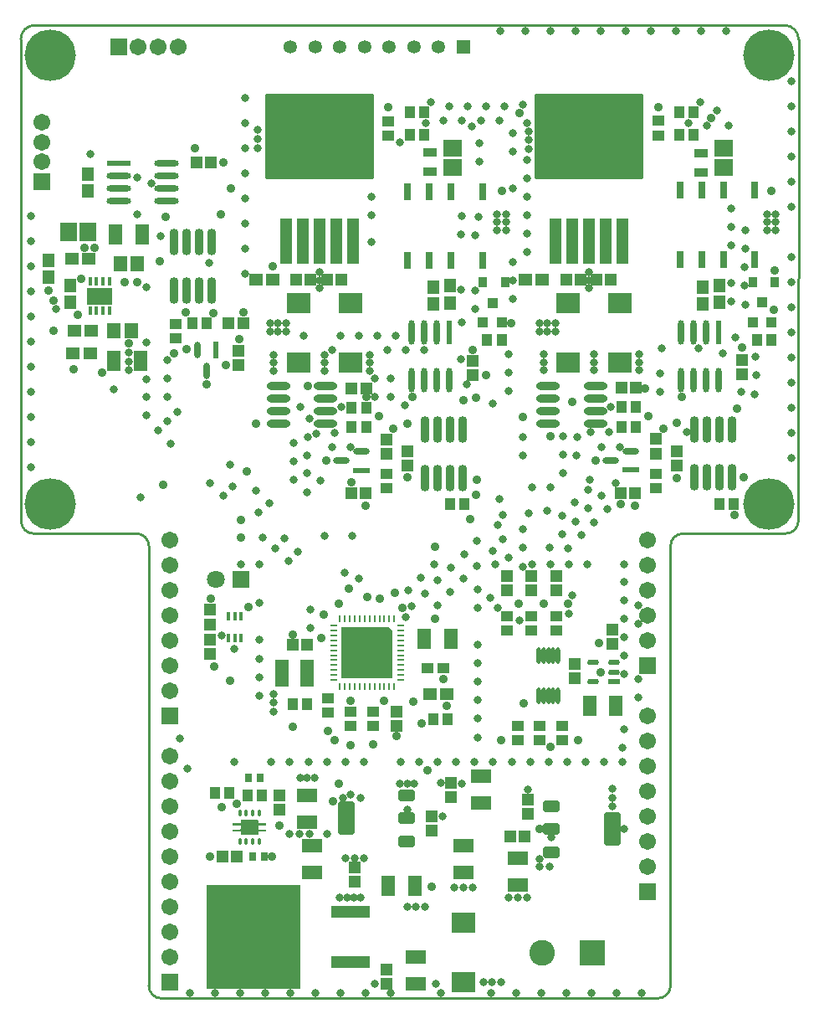
<source format=gts>
G04*
G04 #@! TF.GenerationSoftware,Altium Limited,Altium Designer,22.10.1 (41)*
G04*
G04 Layer_Color=8388736*
%FSLAX43Y43*%
%MOMM*%
G71*
G04*
G04 #@! TF.SameCoordinates,C4451B6D-C533-4BC9-A511-8E29B532BE62*
G04*
G04*
G04 #@! TF.FilePolarity,Negative*
G04*
G01*
G75*
%ADD16C,0.254*%
%ADD19R,0.700X0.250*%
%ADD20R,0.250X0.700*%
%ADD21R,0.800X1.800*%
%ADD25R,1.450X0.950*%
%ADD27R,1.684X0.618*%
G04:AMPARAMS|DCode=28|XSize=1.684mm|YSize=0.618mm|CornerRadius=0.309mm|HoleSize=0mm|Usage=FLASHONLY|Rotation=180.000|XOffset=0mm|YOffset=0mm|HoleType=Round|Shape=RoundedRectangle|*
%AMROUNDEDRECTD28*
21,1,1.684,0.000,0,0,180.0*
21,1,1.066,0.618,0,0,180.0*
1,1,0.618,-0.533,0.000*
1,1,0.618,0.533,0.000*
1,1,0.618,0.533,0.000*
1,1,0.618,-0.533,0.000*
%
%ADD28ROUNDEDRECTD28*%
%ADD30R,0.622X2.474*%
G04:AMPARAMS|DCode=31|XSize=2.474mm|YSize=0.622mm|CornerRadius=0.311mm|HoleSize=0mm|Usage=FLASHONLY|Rotation=270.000|XOffset=0mm|YOffset=0mm|HoleType=Round|Shape=RoundedRectangle|*
%AMROUNDEDRECTD31*
21,1,2.474,0.000,0,0,270.0*
21,1,1.852,0.622,0,0,270.0*
1,1,0.622,0.000,-0.926*
1,1,0.622,0.000,0.926*
1,1,0.622,0.000,0.926*
1,1,0.622,0.000,-0.926*
%
%ADD31ROUNDEDRECTD31*%
%ADD39R,2.330X1.990*%
%ADD41R,0.302X0.931*%
%ADD42R,0.618X1.684*%
G04:AMPARAMS|DCode=43|XSize=1.684mm|YSize=0.618mm|CornerRadius=0.309mm|HoleSize=0mm|Usage=FLASHONLY|Rotation=270.000|XOffset=0mm|YOffset=0mm|HoleType=Round|Shape=RoundedRectangle|*
%AMROUNDEDRECTD43*
21,1,1.684,0.000,0,0,270.0*
21,1,1.066,0.618,0,0,270.0*
1,1,0.618,0.000,-0.533*
1,1,0.618,0.000,0.533*
1,1,0.618,0.000,0.533*
1,1,0.618,0.000,-0.533*
%
%ADD43ROUNDEDRECTD43*%
%ADD44R,2.474X0.622*%
G04:AMPARAMS|DCode=45|XSize=2.474mm|YSize=0.622mm|CornerRadius=0.311mm|HoleSize=0mm|Usage=FLASHONLY|Rotation=0.000|XOffset=0mm|YOffset=0mm|HoleType=Round|Shape=RoundedRectangle|*
%AMROUNDEDRECTD45*
21,1,2.474,0.000,0,0,0.0*
21,1,1.852,0.622,0,0,0.0*
1,1,0.622,0.926,0.000*
1,1,0.622,-0.926,0.000*
1,1,0.622,-0.926,0.000*
1,1,0.622,0.926,0.000*
%
%ADD45ROUNDEDRECTD45*%
%ADD47R,1.420X2.130*%
G04:AMPARAMS|DCode=49|XSize=0.6mm|YSize=0.31mm|CornerRadius=0.05mm|HoleSize=0mm|Usage=FLASHONLY|Rotation=270.000|XOffset=0mm|YOffset=0mm|HoleType=Round|Shape=RoundedRectangle|*
%AMROUNDEDRECTD49*
21,1,0.600,0.211,0,0,270.0*
21,1,0.501,0.310,0,0,270.0*
1,1,0.099,-0.105,-0.250*
1,1,0.099,-0.105,0.250*
1,1,0.099,0.105,0.250*
1,1,0.099,0.105,-0.250*
%
%ADD49ROUNDEDRECTD49*%
%ADD50R,0.750X0.900*%
%ADD51R,2.130X1.420*%
%ADD57R,1.400X2.800*%
%ADD58R,1.158X1.012*%
G04:AMPARAMS|DCode=59|XSize=1.205mm|YSize=0.532mm|CornerRadius=0.266mm|HoleSize=0mm|Usage=FLASHONLY|Rotation=180.000|XOffset=0mm|YOffset=0mm|HoleType=Round|Shape=RoundedRectangle|*
%AMROUNDEDRECTD59*
21,1,1.205,0.000,0,0,180.0*
21,1,0.673,0.532,0,0,180.0*
1,1,0.532,-0.337,0.000*
1,1,0.532,0.337,0.000*
1,1,0.532,0.337,0.000*
1,1,0.532,-0.337,0.000*
%
%ADD59ROUNDEDRECTD59*%
%ADD60R,1.205X0.532*%
%ADD61R,4.838X0.203*%
%ADD62R,0.833X1.033*%
%ADD63R,1.103X1.253*%
%ADD64R,1.253X1.353*%
%ADD65O,0.903X2.703*%
%ADD66O,2.403X0.803*%
G04:AMPARAMS|DCode=67|XSize=1.253mm|YSize=4.653mm|CornerRadius=0.154mm|HoleSize=0mm|Usage=FLASHONLY|Rotation=180.000|XOffset=0mm|YOffset=0mm|HoleType=Round|Shape=RoundedRectangle|*
%AMROUNDEDRECTD67*
21,1,1.253,4.345,0,0,180.0*
21,1,0.945,4.653,0,0,180.0*
1,1,0.308,-0.472,2.173*
1,1,0.308,0.472,2.173*
1,1,0.308,0.472,-2.173*
1,1,0.308,-0.472,-2.173*
%
%ADD67ROUNDEDRECTD67*%
G04:AMPARAMS|DCode=68|XSize=11.003mm|YSize=8.703mm|CornerRadius=0.144mm|HoleSize=0mm|Usage=FLASHONLY|Rotation=180.000|XOffset=0mm|YOffset=0mm|HoleType=Round|Shape=RoundedRectangle|*
%AMROUNDEDRECTD68*
21,1,11.003,8.415,0,0,180.0*
21,1,10.715,8.703,0,0,180.0*
1,1,0.288,-5.358,4.207*
1,1,0.288,5.358,4.207*
1,1,0.288,5.358,-4.207*
1,1,0.288,-5.358,-4.207*
%
%ADD68ROUNDEDRECTD68*%
%ADD69R,1.253X1.103*%
%ADD70R,1.853X1.653*%
%ADD71R,1.353X1.253*%
%ADD72R,1.253X1.153*%
%ADD73R,1.153X1.253*%
%ADD74R,1.003X1.103*%
%ADD75R,0.400X0.900*%
%ADD76R,2.500X1.750*%
%ADD77R,1.653X1.853*%
%ADD78R,1.403X1.603*%
%ADD79C,1.350*%
G04:AMPARAMS|DCode=80|XSize=3.353mm|YSize=1.653mm|CornerRadius=0.152mm|HoleSize=0mm|Usage=FLASHONLY|Rotation=270.000|XOffset=0mm|YOffset=0mm|HoleType=Round|Shape=RoundedRectangle|*
%AMROUNDEDRECTD80*
21,1,3.353,1.349,0,0,270.0*
21,1,3.049,1.653,0,0,270.0*
1,1,0.305,-0.674,-1.524*
1,1,0.305,-0.674,1.524*
1,1,0.305,0.674,1.524*
1,1,0.305,0.674,-1.524*
%
%ADD80ROUNDEDRECTD80*%
G04:AMPARAMS|DCode=81|XSize=1.103mm|YSize=1.653mm|CornerRadius=0.151mm|HoleSize=0mm|Usage=FLASHONLY|Rotation=270.000|XOffset=0mm|YOffset=0mm|HoleType=Round|Shape=RoundedRectangle|*
%AMROUNDEDRECTD81*
21,1,1.103,1.351,0,0,270.0*
21,1,0.801,1.653,0,0,270.0*
1,1,0.302,-0.676,-0.401*
1,1,0.302,-0.676,0.401*
1,1,0.302,0.676,0.401*
1,1,0.302,0.676,-0.401*
%
%ADD81ROUNDEDRECTD81*%
%ADD82R,4.003X1.203*%
%ADD83R,9.503X10.603*%
%ADD84O,0.453X1.653*%
%ADD85C,1.803*%
%ADD86R,1.803X1.803*%
%ADD87C,1.703*%
%ADD88R,1.703X1.703*%
%ADD89C,1.352*%
%ADD90R,1.352X1.352*%
%ADD91R,1.703X1.703*%
%ADD92C,5.203*%
%ADD93R,2.603X2.603*%
%ADD94C,2.603*%
%ADD95C,0.903*%
%ADD96C,0.803*%
%ADD97C,0.500*%
G36*
X45175Y43450D02*
X45185D01*
X45203Y43442D01*
X45217Y43428D01*
X45225Y43410D01*
Y43400D01*
X45225Y43400D01*
Y43190D01*
X45226Y43180D01*
X45233Y43162D01*
X45247Y43148D01*
X45265Y43141D01*
X45275Y43140D01*
X46000Y43140D01*
X46010D01*
X46028Y43132D01*
X46042Y43118D01*
X46050Y43100D01*
Y43090D01*
X46050D01*
Y42960D01*
X46050Y42950D01*
X46042Y42932D01*
X46028Y42918D01*
X46010Y42910D01*
X46000Y42910D01*
X45275D01*
X45265Y42909D01*
X45247Y42902D01*
X45233Y42888D01*
X45226Y42870D01*
X45225Y42860D01*
Y42540D01*
X45226Y42530D01*
X45233Y42512D01*
X45247Y42498D01*
X45265Y42491D01*
X45275Y42490D01*
X46000Y42490D01*
X46010Y42490D01*
X46028Y42482D01*
X46042Y42468D01*
X46050Y42450D01*
X46050Y42440D01*
Y42440D01*
X46050Y42310D01*
Y42300D01*
X46042Y42282D01*
X46028Y42268D01*
X46010Y42260D01*
X46000D01*
X45275Y42260D01*
X45265Y42259D01*
X45247Y42252D01*
X45233Y42238D01*
X45226Y42220D01*
X45225Y42210D01*
X45225Y42000D01*
Y41990D01*
X45217Y41972D01*
X45203Y41958D01*
X45185Y41950D01*
X45175D01*
Y41950D01*
X43525Y41950D01*
X43515D01*
X43497Y41958D01*
X43483Y41972D01*
X43475Y41990D01*
Y42000D01*
X43475Y42210D01*
X43474Y42220D01*
X43467Y42238D01*
X43453Y42252D01*
X43435Y42259D01*
X43425Y42260D01*
X43425Y42260D01*
X42690D01*
X42672Y42268D01*
X42658Y42282D01*
X42650Y42300D01*
Y42310D01*
Y42310D01*
X42650Y42440D01*
X42650Y42450D01*
X42658Y42468D01*
X42672Y42482D01*
X42690Y42490D01*
X42700Y42490D01*
X42700Y42490D01*
X43425Y42490D01*
X43435Y42491D01*
X43453Y42498D01*
X43467Y42512D01*
X43474Y42530D01*
X43475Y42540D01*
X43475D01*
X43475Y42860D01*
X43474Y42870D01*
X43467Y42888D01*
X43453Y42902D01*
X43435Y42909D01*
X43425Y42910D01*
X43425Y42910D01*
X42700Y42910D01*
X42690D01*
X42672Y42918D01*
X42658Y42932D01*
X42650Y42950D01*
Y42960D01*
X42650Y42960D01*
Y43090D01*
Y43100D01*
X42658Y43118D01*
X42672Y43132D01*
X42690Y43140D01*
X42700D01*
X42700Y43140D01*
X43425D01*
X43435Y43141D01*
X43453Y43148D01*
X43467Y43162D01*
X43474Y43180D01*
X43475Y43190D01*
X43475D01*
Y43400D01*
Y43410D01*
X43483Y43428D01*
X43497Y43442D01*
X43515Y43450D01*
X43525D01*
X43525Y43450D01*
X45175Y43450D01*
D02*
G37*
G36*
X58825Y62575D02*
Y57775D01*
X53675D01*
Y62925D01*
X58475D01*
X58825Y62575D01*
D02*
G37*
D16*
X88225Y72400D02*
G03*
X86955Y71130I0J-1270D01*
G01*
X99923Y122377D02*
G03*
X98500Y123800I-1423J0D01*
G01*
X21230Y73670D02*
G03*
X22500Y72400I1270J0D01*
G01*
X22602Y123802D02*
G03*
X21201Y122401I0J-1401D01*
G01*
X98623Y72400D02*
G03*
X99893Y73670I0J1270D01*
G01*
X34168Y71130D02*
G03*
X32898Y72400I-1270J0D01*
G01*
X34163Y26670D02*
G03*
X35433Y25400I1270J0D01*
G01*
X85685Y25400D02*
G03*
X86955Y26670I0J1270D01*
G01*
X99893Y73670D02*
X99923Y122377D01*
X22600Y123800D02*
X98500D01*
X22500Y72400D02*
X32898D01*
X21200Y122401D02*
X21230Y73670D01*
X88225Y72400D02*
X98600D01*
X34168Y71130D02*
X34168Y26670D01*
X35433Y25400D02*
X85685Y25400D01*
X86955Y71130D02*
X86955Y26670D01*
D19*
X59650Y63100D02*
D03*
Y62600D02*
D03*
Y62100D02*
D03*
Y61600D02*
D03*
Y61100D02*
D03*
Y60600D02*
D03*
Y60100D02*
D03*
Y59600D02*
D03*
Y59100D02*
D03*
Y58600D02*
D03*
Y58100D02*
D03*
Y57600D02*
D03*
X52850D02*
D03*
Y58100D02*
D03*
Y58600D02*
D03*
Y59100D02*
D03*
Y59600D02*
D03*
Y60100D02*
D03*
Y60600D02*
D03*
Y61100D02*
D03*
Y61600D02*
D03*
Y62100D02*
D03*
Y62600D02*
D03*
Y63100D02*
D03*
D20*
X59000Y56950D02*
D03*
X58500D02*
D03*
X58000D02*
D03*
X57500D02*
D03*
X57000D02*
D03*
X56500D02*
D03*
X56000D02*
D03*
X55500D02*
D03*
X55000D02*
D03*
X54500D02*
D03*
X54000D02*
D03*
X53500D02*
D03*
Y63750D02*
D03*
X54000D02*
D03*
X54500D02*
D03*
X55000D02*
D03*
X55500D02*
D03*
X56000D02*
D03*
X56500D02*
D03*
X57000D02*
D03*
X57500D02*
D03*
X58000D02*
D03*
X58500D02*
D03*
X59000D02*
D03*
D21*
X67935Y100005D02*
D03*
X64735D02*
D03*
X62535D02*
D03*
X60335D02*
D03*
Y107005D02*
D03*
X62535D02*
D03*
X64735D02*
D03*
X67935D02*
D03*
X95494Y100132D02*
D03*
X92294D02*
D03*
X90094D02*
D03*
X87894D02*
D03*
Y107132D02*
D03*
X90094D02*
D03*
X92294D02*
D03*
X95494D02*
D03*
D25*
X90043Y108880D02*
D03*
Y110830D02*
D03*
X62611Y110957D02*
D03*
Y109007D02*
D03*
D27*
X82976Y78817D02*
D03*
X55700Y78800D02*
D03*
D28*
X82976Y80717D02*
D03*
X80915Y79767D02*
D03*
X55700Y80700D02*
D03*
X53640Y79750D02*
D03*
D30*
X91845Y92728D02*
D03*
X64570Y92711D02*
D03*
D31*
X90575Y92728D02*
D03*
X89305D02*
D03*
X88035D02*
D03*
Y87896D02*
D03*
X89305D02*
D03*
X90575D02*
D03*
X91845D02*
D03*
X63300Y92711D02*
D03*
X62030D02*
D03*
X60760D02*
D03*
Y87879D02*
D03*
X62030D02*
D03*
X63300D02*
D03*
X64570D02*
D03*
D39*
X76576Y89725D02*
D03*
Y95745D02*
D03*
X81826Y89725D02*
D03*
Y95745D02*
D03*
X49300Y89708D02*
D03*
Y95728D02*
D03*
X54550Y89708D02*
D03*
Y95728D02*
D03*
X66000Y33020D02*
D03*
Y27000D02*
D03*
D41*
X30175Y97891D02*
D03*
X29525D02*
D03*
X28875D02*
D03*
X28225D02*
D03*
Y94909D02*
D03*
X28875D02*
D03*
X29525D02*
D03*
X30175D02*
D03*
D42*
X40950Y90930D02*
D03*
D43*
X39050D02*
D03*
X40000Y88870D02*
D03*
D44*
X31084Y109805D02*
D03*
D45*
Y108535D02*
D03*
Y107265D02*
D03*
Y105995D02*
D03*
X35916D02*
D03*
Y107265D02*
D03*
Y108535D02*
D03*
Y109805D02*
D03*
D47*
X33500Y102650D02*
D03*
X30800D02*
D03*
X33350Y89900D02*
D03*
X30650D02*
D03*
X61100Y36750D02*
D03*
X58400D02*
D03*
X64750Y61750D02*
D03*
X62050D02*
D03*
X78751Y55000D02*
D03*
X81451D02*
D03*
D49*
X45325Y44100D02*
D03*
X44675D02*
D03*
X44025D02*
D03*
X43375D02*
D03*
Y41300D02*
D03*
X44025D02*
D03*
X44675D02*
D03*
X45325D02*
D03*
D50*
X44650Y39700D02*
D03*
X45850D02*
D03*
X45450Y47700D02*
D03*
X44250D02*
D03*
D51*
X50200Y43250D02*
D03*
Y45950D02*
D03*
X50700Y40850D02*
D03*
Y38150D02*
D03*
X67750Y47850D02*
D03*
Y45150D02*
D03*
X66000Y38150D02*
D03*
Y40850D02*
D03*
X71500Y36900D02*
D03*
Y39600D02*
D03*
X61200Y26850D02*
D03*
Y29550D02*
D03*
D57*
X47600Y58300D02*
D03*
X50200D02*
D03*
D58*
X64000Y58750D02*
D03*
X62346D02*
D03*
D59*
X79150Y57450D02*
D03*
Y59350D02*
D03*
X81250D02*
D03*
Y58400D02*
D03*
D60*
Y57450D02*
D03*
D61*
X56250Y60350D02*
D03*
D62*
X97491Y97817D02*
D03*
X70215Y97800D02*
D03*
X95261Y97817D02*
D03*
X67985Y97800D02*
D03*
D63*
X44125Y45950D02*
D03*
X45575D02*
D03*
X91933Y75375D02*
D03*
X93383D02*
D03*
X81976Y83167D02*
D03*
X83426D02*
D03*
X81976Y85167D02*
D03*
X83426D02*
D03*
X87875Y115000D02*
D03*
X89325D02*
D03*
X89324Y112700D02*
D03*
X87874D02*
D03*
X95686Y91958D02*
D03*
X97136D02*
D03*
X60599Y114983D02*
D03*
X62049D02*
D03*
X62048Y112683D02*
D03*
X60598D02*
D03*
X69860Y91941D02*
D03*
X68410D02*
D03*
X54700Y85150D02*
D03*
X56150D02*
D03*
X54700Y83150D02*
D03*
X56150D02*
D03*
X64657Y75358D02*
D03*
X66107D02*
D03*
X62943Y53623D02*
D03*
X64393D02*
D03*
X40000Y93650D02*
D03*
X38550D02*
D03*
X42300Y46200D02*
D03*
X40850D02*
D03*
X48718Y55123D02*
D03*
X50168D02*
D03*
D64*
X62924Y95633D02*
D03*
Y97333D02*
D03*
X90200Y95650D02*
D03*
Y97350D02*
D03*
X91940Y97462D02*
D03*
Y95762D02*
D03*
X64665Y97445D02*
D03*
Y95745D02*
D03*
X26200Y95800D02*
D03*
Y97500D02*
D03*
X24000Y100000D02*
D03*
Y98300D02*
D03*
X28000Y107050D02*
D03*
Y108750D02*
D03*
D65*
X93182Y82958D02*
D03*
X91912D02*
D03*
X90642D02*
D03*
X89372D02*
D03*
X93182Y78058D02*
D03*
X91912D02*
D03*
X90642D02*
D03*
X89372D02*
D03*
X65906Y82941D02*
D03*
X64636D02*
D03*
X63366D02*
D03*
X62096D02*
D03*
X65906Y78041D02*
D03*
X64636D02*
D03*
X63366D02*
D03*
X62096D02*
D03*
X40510Y101900D02*
D03*
X39240D02*
D03*
X37970D02*
D03*
X36700D02*
D03*
X40510Y97000D02*
D03*
X39240D02*
D03*
X37970D02*
D03*
X36700D02*
D03*
D66*
X79351Y83512D02*
D03*
Y84782D02*
D03*
Y86052D02*
D03*
Y87322D02*
D03*
X74551Y83512D02*
D03*
Y84782D02*
D03*
Y86052D02*
D03*
Y87322D02*
D03*
X52075Y83495D02*
D03*
Y84765D02*
D03*
Y86035D02*
D03*
Y87305D02*
D03*
X47275Y83495D02*
D03*
Y84765D02*
D03*
Y86035D02*
D03*
Y87305D02*
D03*
D67*
X75326Y101985D02*
D03*
X77026D02*
D03*
X78726D02*
D03*
X80426D02*
D03*
X82126D02*
D03*
X48050Y101968D02*
D03*
X49750D02*
D03*
X51450D02*
D03*
X53150D02*
D03*
X54850D02*
D03*
D68*
X78726Y112535D02*
D03*
X51450Y112518D02*
D03*
D69*
X85500Y78450D02*
D03*
Y77000D02*
D03*
X85699Y112675D02*
D03*
Y114125D02*
D03*
X58423Y112658D02*
D03*
Y114108D02*
D03*
X58224Y78433D02*
D03*
Y76983D02*
D03*
X36850Y93625D02*
D03*
Y92175D02*
D03*
X54600Y54425D02*
D03*
Y52975D02*
D03*
X52300Y54275D02*
D03*
Y55725D02*
D03*
X56900Y52975D02*
D03*
Y54425D02*
D03*
X71500Y51525D02*
D03*
Y52975D02*
D03*
X73750Y51525D02*
D03*
Y52975D02*
D03*
X76000Y51525D02*
D03*
Y52975D02*
D03*
X70400Y62575D02*
D03*
Y64025D02*
D03*
X72900Y62575D02*
D03*
Y64025D02*
D03*
X75400Y62575D02*
D03*
Y64025D02*
D03*
D70*
X92329Y111338D02*
D03*
Y109388D02*
D03*
X64897Y111338D02*
D03*
Y109388D02*
D03*
D71*
X72300Y98100D02*
D03*
X74000D02*
D03*
X45024Y98083D02*
D03*
X46724D02*
D03*
X64293Y56123D02*
D03*
X62593D02*
D03*
X26500Y90650D02*
D03*
X28200D02*
D03*
X28350Y92900D02*
D03*
X26650D02*
D03*
X26400Y100150D02*
D03*
X28100D02*
D03*
D72*
X85500Y81950D02*
D03*
Y80500D02*
D03*
X94176Y89917D02*
D03*
Y88467D02*
D03*
X87600Y79292D02*
D03*
Y80742D02*
D03*
X60324Y79275D02*
D03*
Y80725D02*
D03*
X58224Y81933D02*
D03*
Y80483D02*
D03*
X66900Y89900D02*
D03*
Y88450D02*
D03*
X40350Y64675D02*
D03*
Y63225D02*
D03*
Y60225D02*
D03*
Y61675D02*
D03*
X43250Y90875D02*
D03*
Y89425D02*
D03*
X47400Y44475D02*
D03*
Y45925D02*
D03*
X62800Y43800D02*
D03*
Y42350D02*
D03*
X64750Y47225D02*
D03*
Y45775D02*
D03*
X58200Y26875D02*
D03*
Y28325D02*
D03*
X59200Y52975D02*
D03*
Y54425D02*
D03*
X72500Y44025D02*
D03*
Y45475D02*
D03*
X55000Y37175D02*
D03*
Y38625D02*
D03*
X77300Y57775D02*
D03*
Y59225D02*
D03*
X81101Y61275D02*
D03*
Y62725D02*
D03*
X70400Y66675D02*
D03*
Y68125D02*
D03*
X72900Y66675D02*
D03*
Y68125D02*
D03*
X75400Y66675D02*
D03*
Y68125D02*
D03*
D73*
X81926Y76517D02*
D03*
X83376D02*
D03*
X83425Y87117D02*
D03*
X81975D02*
D03*
X77825Y98100D02*
D03*
X76375D02*
D03*
X79475D02*
D03*
X80925D02*
D03*
X54650Y76500D02*
D03*
X56100D02*
D03*
X56149Y87100D02*
D03*
X54699D02*
D03*
X50549Y98083D02*
D03*
X49099D02*
D03*
X52199D02*
D03*
X53649D02*
D03*
X38975Y109900D02*
D03*
X40425D02*
D03*
X43700Y93650D02*
D03*
X42250D02*
D03*
X41650Y39700D02*
D03*
X43100D02*
D03*
X48693Y61123D02*
D03*
X50143D02*
D03*
X72225Y41750D02*
D03*
X70775D02*
D03*
D74*
X95261Y93758D02*
D03*
X97161D02*
D03*
X96211Y95758D02*
D03*
X68935Y95741D02*
D03*
X69885Y93741D02*
D03*
X67985D02*
D03*
D75*
X42200Y61850D02*
D03*
X42850D02*
D03*
X43500D02*
D03*
Y64050D02*
D03*
X42850D02*
D03*
X42200D02*
D03*
D76*
X29200Y96400D02*
D03*
D77*
X28000Y102900D02*
D03*
X26050D02*
D03*
D78*
X31300Y99650D02*
D03*
X33000D02*
D03*
X32350Y92900D02*
D03*
X30650D02*
D03*
D79*
X44350Y42700D02*
D03*
D80*
X54125Y43600D02*
D03*
X81075Y42500D02*
D03*
D81*
X60275Y45900D02*
D03*
Y43600D02*
D03*
Y41300D02*
D03*
X74925Y40200D02*
D03*
Y42500D02*
D03*
Y44800D02*
D03*
D82*
X54600Y29060D02*
D03*
Y34140D02*
D03*
D83*
X44750Y31600D02*
D03*
D84*
X73601Y55975D02*
D03*
X74101D02*
D03*
X74601D02*
D03*
X75101D02*
D03*
X75601D02*
D03*
X73601Y60025D02*
D03*
X74101D02*
D03*
X74601D02*
D03*
X75101D02*
D03*
X75601D02*
D03*
D85*
X40930Y67800D02*
D03*
D86*
X43470D02*
D03*
D87*
X23350Y112000D02*
D03*
Y110000D02*
D03*
Y114000D02*
D03*
X35100Y121650D02*
D03*
X33100D02*
D03*
X37100D02*
D03*
X84672Y71755D02*
D03*
Y69215D02*
D03*
Y66675D02*
D03*
Y64135D02*
D03*
Y61595D02*
D03*
Y53975D02*
D03*
Y51435D02*
D03*
Y48895D02*
D03*
Y46355D02*
D03*
Y43815D02*
D03*
Y41275D02*
D03*
Y38735D02*
D03*
X36322Y71755D02*
D03*
Y69215D02*
D03*
Y66675D02*
D03*
Y64135D02*
D03*
Y61595D02*
D03*
Y59055D02*
D03*
Y56515D02*
D03*
Y29591D02*
D03*
Y34671D02*
D03*
Y37211D02*
D03*
Y39751D02*
D03*
Y42291D02*
D03*
Y44831D02*
D03*
Y47371D02*
D03*
Y49911D02*
D03*
Y32131D02*
D03*
D88*
X23350Y108000D02*
D03*
X84672Y59055D02*
D03*
Y36195D02*
D03*
X36322Y53975D02*
D03*
Y27051D02*
D03*
D89*
X48500Y121600D02*
D03*
X51000D02*
D03*
X53500D02*
D03*
X56000D02*
D03*
X58500D02*
D03*
X61000D02*
D03*
X63500D02*
D03*
D90*
X66000D02*
D03*
D91*
X31100Y121650D02*
D03*
D92*
X96900Y120800D02*
D03*
X24200D02*
D03*
X96900Y75400D02*
D03*
X24200D02*
D03*
D93*
X79000Y30000D02*
D03*
D94*
X73920D02*
D03*
D95*
X97176Y107035D02*
D03*
X97476Y98999D02*
D03*
X69900Y107018D02*
D03*
X97409Y94996D02*
D03*
X43074Y45080D02*
D03*
X29400Y88700D02*
D03*
X38000Y91050D02*
D03*
X73700Y42500D02*
D03*
X41700Y109900D02*
D03*
X32100Y91600D02*
D03*
X36700Y90600D02*
D03*
X35300Y99900D02*
D03*
X37900Y94800D02*
D03*
X31700Y97800D02*
D03*
X51900Y64200D02*
D03*
X47400Y42900D02*
D03*
X41495Y44705D02*
D03*
X61800Y53200D02*
D03*
X24000Y97000D02*
D03*
X28700Y101300D02*
D03*
X42500Y107300D02*
D03*
X46700Y99400D02*
D03*
X40700Y94700D02*
D03*
X43700Y94800D02*
D03*
X35900Y104400D02*
D03*
X33000Y97800D02*
D03*
X24500Y92900D02*
D03*
X42000Y89400D02*
D03*
X40000Y87500D02*
D03*
X56200Y86225D02*
D03*
X48700Y62200D02*
D03*
X64000Y57700D02*
D03*
X59200Y51900D02*
D03*
X66700Y73900D02*
D03*
X74800Y82200D02*
D03*
X72000Y84200D02*
D03*
X93700Y85000D02*
D03*
X94200Y91200D02*
D03*
X88100Y86200D02*
D03*
X84340Y87100D02*
D03*
X81900Y75400D02*
D03*
X93400Y74300D02*
D03*
X94400Y78100D02*
D03*
X87600Y78000D02*
D03*
X60300Y83500D02*
D03*
X54700Y77600D02*
D03*
X77000Y85700D02*
D03*
X71700Y114900D02*
D03*
X87600Y83600D02*
D03*
X66900Y91000D02*
D03*
X60800Y86200D02*
D03*
X66000Y85900D02*
D03*
X67300Y86100D02*
D03*
X63100Y71100D02*
D03*
X40800Y59000D02*
D03*
X42400Y57500D02*
D03*
X43500Y72000D02*
D03*
X40400Y65800D02*
D03*
X43500Y73800D02*
D03*
X44225Y65000D02*
D03*
X35600Y77300D02*
D03*
X53400Y47100D02*
D03*
X64300Y55000D02*
D03*
X62400Y48500D02*
D03*
X52987Y51487D02*
D03*
X52800Y45300D02*
D03*
X44100Y78700D02*
D03*
X41450Y104700D02*
D03*
X38850Y111400D02*
D03*
X27350Y98200D02*
D03*
X27650Y101300D02*
D03*
X26950Y94500D02*
D03*
X26550Y89000D02*
D03*
X43300Y92100D02*
D03*
X24500Y96000D02*
D03*
X67300Y76300D02*
D03*
X67400Y77800D02*
D03*
X60300Y78100D02*
D03*
X45000Y83500D02*
D03*
X54600Y55500D02*
D03*
X60900Y55400D02*
D03*
X56124Y75183D02*
D03*
X52124Y79783D02*
D03*
X57424Y84283D02*
D03*
X58924Y82983D02*
D03*
X58424Y115483D02*
D03*
X50224Y87300D02*
D03*
X68300Y88400D02*
D03*
X70800Y93700D02*
D03*
X56300Y66000D02*
D03*
X57500Y65800D02*
D03*
X83400Y75200D02*
D03*
X86200Y83000D02*
D03*
X85700Y115500D02*
D03*
X91100Y114400D02*
D03*
X84700Y84300D02*
D03*
X79400Y79800D02*
D03*
X54600Y51000D02*
D03*
X48700Y52900D02*
D03*
X52300Y52400D02*
D03*
X63100Y63800D02*
D03*
X46600Y39700D02*
D03*
X76600Y65300D02*
D03*
X71600D02*
D03*
X74100D02*
D03*
X59075Y66424D02*
D03*
X59825Y64900D02*
D03*
X54400Y66800D02*
D03*
X53400Y65300D02*
D03*
X69800Y51500D02*
D03*
X74800Y50800D02*
D03*
X77600Y51500D02*
D03*
X56900Y51100D02*
D03*
X62800Y36700D02*
D03*
X51600Y61800D02*
D03*
X58000Y55500D02*
D03*
X79900Y58400D02*
D03*
X79700Y61300D02*
D03*
X72125Y55250D02*
D03*
X40350Y39700D02*
D03*
D96*
X84074Y25908D02*
D03*
X68834D02*
D03*
X71374D02*
D03*
X73914D02*
D03*
X81534D02*
D03*
X78994D02*
D03*
X76454D02*
D03*
X53594D02*
D03*
X56134D02*
D03*
X58674D02*
D03*
X63754D02*
D03*
X38354D02*
D03*
X40894D02*
D03*
X43434D02*
D03*
X51054D02*
D03*
X48514D02*
D03*
X45974D02*
D03*
X99187Y87630D02*
D03*
Y85090D02*
D03*
Y82550D02*
D03*
Y80010D02*
D03*
Y100330D02*
D03*
Y97790D02*
D03*
Y90170D02*
D03*
Y92710D02*
D03*
Y95250D02*
D03*
Y118110D02*
D03*
Y115570D02*
D03*
Y113030D02*
D03*
Y105410D02*
D03*
Y107950D02*
D03*
Y110490D02*
D03*
X84963Y123190D02*
D03*
X87503D02*
D03*
X90043D02*
D03*
X92583D02*
D03*
X69723D02*
D03*
X72263D02*
D03*
X74803D02*
D03*
X82423D02*
D03*
X79883D02*
D03*
X77343D02*
D03*
X89773Y91096D02*
D03*
X86033D02*
D03*
X92247Y90590D02*
D03*
X94468Y97475D02*
D03*
Y99345D02*
D03*
X56673Y106426D02*
D03*
Y104556D02*
D03*
X56709Y101910D02*
D03*
X59562Y111931D02*
D03*
X65834Y104522D02*
D03*
X65738Y102655D02*
D03*
Y97045D02*
D03*
X57038Y88110D02*
D03*
Y86240D02*
D03*
X65855Y93768D02*
D03*
X67192Y95075D02*
D03*
Y96945D02*
D03*
Y102555D02*
D03*
X67539Y104393D02*
D03*
X67627Y110001D02*
D03*
Y111871D02*
D03*
X66840Y113567D02*
D03*
X24802Y95104D02*
D03*
X52714Y91000D02*
D03*
X58324D02*
D03*
X60194D02*
D03*
X62064D02*
D03*
X66350Y87460D02*
D03*
X68731Y65879D02*
D03*
X71659Y63600D02*
D03*
X76674Y64283D02*
D03*
X76981Y66128D02*
D03*
X69000Y70625D02*
D03*
Y85585D02*
D03*
X65781Y90009D02*
D03*
X59184Y92400D02*
D03*
X57314D02*
D03*
X55444D02*
D03*
X53574D02*
D03*
X49834D02*
D03*
X62155Y113893D02*
D03*
X64004Y114173D02*
D03*
X65874D02*
D03*
X67744D02*
D03*
X69614D02*
D03*
X71000Y112917D02*
D03*
Y111047D02*
D03*
Y107307D02*
D03*
Y99827D02*
D03*
Y97957D02*
D03*
Y96087D02*
D03*
X70600Y90520D02*
D03*
Y88650D02*
D03*
Y86780D02*
D03*
Y69950D02*
D03*
X69468Y64863D02*
D03*
X72000Y69074D02*
D03*
Y70944D02*
D03*
Y72814D02*
D03*
Y80294D02*
D03*
Y82164D02*
D03*
X72400Y100834D02*
D03*
Y102704D02*
D03*
Y104574D02*
D03*
Y106444D02*
D03*
Y108314D02*
D03*
Y110184D02*
D03*
Y113924D02*
D03*
X72017Y115754D02*
D03*
X70152Y115627D02*
D03*
X68282D02*
D03*
X66412D02*
D03*
X64542D02*
D03*
X62715Y116030D02*
D03*
X88791Y113927D02*
D03*
X90634Y113611D02*
D03*
X93100Y105249D02*
D03*
Y103379D02*
D03*
Y101509D02*
D03*
Y97769D02*
D03*
Y95899D02*
D03*
X93506Y92204D02*
D03*
X94100Y86719D02*
D03*
X81386Y77492D02*
D03*
X79978Y76261D02*
D03*
X78655Y74939D02*
D03*
X77333Y73616D02*
D03*
X76011Y72294D02*
D03*
X74689Y70972D02*
D03*
X76586Y70889D02*
D03*
X77908Y72211D02*
D03*
X79231Y73534D02*
D03*
X80553Y74856D02*
D03*
X88572Y82698D02*
D03*
X95500Y86516D02*
D03*
X95575Y90255D02*
D03*
X94500Y95575D02*
D03*
Y101185D02*
D03*
Y103055D02*
D03*
X92802Y113689D02*
D03*
X91630Y115146D02*
D03*
X89991Y116047D02*
D03*
X78613Y76835D02*
D03*
X77291Y75513D02*
D03*
X75968Y74190D02*
D03*
X85873Y88605D02*
D03*
Y86735D02*
D03*
X80777Y82627D02*
D03*
X78907D02*
D03*
X69436Y73227D02*
D03*
X60180Y63971D02*
D03*
X63364Y65174D02*
D03*
X64687Y66497D02*
D03*
X66009Y67819D02*
D03*
X67331Y69141D02*
D03*
X69976Y71786D02*
D03*
X72620Y74430D02*
D03*
X74471Y74700D02*
D03*
X78800Y77808D02*
D03*
X79950Y81173D02*
D03*
X81820D02*
D03*
X76073Y82223D02*
D03*
Y80353D02*
D03*
Y78483D02*
D03*
X74812Y77102D02*
D03*
X72942Y77100D02*
D03*
X69641Y75881D02*
D03*
X63029Y69270D02*
D03*
X61707Y67947D02*
D03*
X60385Y66625D02*
D03*
X60748Y65032D02*
D03*
X62082Y66342D02*
D03*
X63404Y67664D02*
D03*
X64726Y68986D02*
D03*
X66049Y70309D02*
D03*
X67371Y71631D02*
D03*
X70016Y74275D02*
D03*
X77470Y80264D02*
D03*
X77527Y82187D02*
D03*
X80916Y85182D02*
D03*
X36001Y83801D02*
D03*
X42613Y77190D02*
D03*
X45257Y74545D02*
D03*
X47902Y71900D02*
D03*
X49224Y70578D02*
D03*
X46339Y75444D02*
D03*
X45017Y76766D02*
D03*
X37083Y84700D02*
D03*
X36000Y86224D02*
D03*
Y88094D02*
D03*
Y89964D02*
D03*
X40260Y99762D02*
D03*
X54737Y72136D02*
D03*
X58597Y88091D02*
D03*
Y86221D02*
D03*
X52939Y82610D02*
D03*
X51072Y82505D02*
D03*
X51943Y72136D02*
D03*
X55436Y67878D02*
D03*
X51551Y77790D02*
D03*
X52674Y81156D02*
D03*
X54544D02*
D03*
X60051Y85334D02*
D03*
X49482Y85169D02*
D03*
X48797Y81559D02*
D03*
Y79689D02*
D03*
Y77819D02*
D03*
X54012Y68478D02*
D03*
X50165Y76581D02*
D03*
Y78486D02*
D03*
Y80264D02*
D03*
X50251Y82170D02*
D03*
X50403Y84033D02*
D03*
X53640Y85165D02*
D03*
X32942Y108398D02*
D03*
X33020Y104648D02*
D03*
X33873Y97337D02*
D03*
X33909Y91694D02*
D03*
Y88011D02*
D03*
Y86233D02*
D03*
Y84328D02*
D03*
X35070Y82802D02*
D03*
X36392Y81480D02*
D03*
X40359Y77513D02*
D03*
X41681Y76190D02*
D03*
X45720Y72009D02*
D03*
X46989Y70921D02*
D03*
X48312Y69598D02*
D03*
X50500Y64749D02*
D03*
X50545Y62879D02*
D03*
X35327Y102449D02*
D03*
X34382Y107808D02*
D03*
X42418Y79375D02*
D03*
X43942Y116459D02*
D03*
Y98679D02*
D03*
Y113919D02*
D03*
Y111379D02*
D03*
Y108839D02*
D03*
Y101219D02*
D03*
Y103759D02*
D03*
Y106299D02*
D03*
X22225Y94361D02*
D03*
Y96901D02*
D03*
Y99441D02*
D03*
Y104521D02*
D03*
Y101981D02*
D03*
Y86741D02*
D03*
Y89281D02*
D03*
Y91821D02*
D03*
Y84201D02*
D03*
Y81661D02*
D03*
Y79121D02*
D03*
X41500Y62100D02*
D03*
X72600Y113100D02*
D03*
Y112200D02*
D03*
Y111300D02*
D03*
X42800Y60700D02*
D03*
X55600Y45700D02*
D03*
X95600Y88400D02*
D03*
X81100Y46600D02*
D03*
Y45700D02*
D03*
Y44800D02*
D03*
X66900Y36600D02*
D03*
X66000D02*
D03*
X65100D02*
D03*
X69800Y27000D02*
D03*
X68900D02*
D03*
X68000D02*
D03*
X45200Y111400D02*
D03*
Y112300D02*
D03*
Y113200D02*
D03*
X32100Y88900D02*
D03*
Y89800D02*
D03*
Y90700D02*
D03*
X46800Y56200D02*
D03*
Y55300D02*
D03*
Y54400D02*
D03*
X54600Y46000D02*
D03*
X53800Y45700D02*
D03*
X54100Y39600D02*
D03*
X55000D02*
D03*
X55900D02*
D03*
X60300Y34700D02*
D03*
X61200D02*
D03*
X62100D02*
D03*
X72400Y35600D02*
D03*
X71500D02*
D03*
X70600D02*
D03*
X82300Y42500D02*
D03*
X74900Y41700D02*
D03*
X72500Y46500D02*
D03*
X63700Y47200D02*
D03*
X65800Y47100D02*
D03*
X48400Y42000D02*
D03*
X52200D02*
D03*
X50400D02*
D03*
X49400D02*
D03*
X63200Y26900D02*
D03*
X57000D02*
D03*
X60300Y44500D02*
D03*
X63900Y43800D02*
D03*
X56250Y60350D02*
D03*
X42825Y49273D02*
D03*
X46550Y49300D02*
D03*
X45373Y56020D02*
D03*
Y57890D02*
D03*
Y59760D02*
D03*
Y61630D02*
D03*
Y65370D02*
D03*
Y69273D02*
D03*
X43503D02*
D03*
X33300Y76100D02*
D03*
X28250Y110800D02*
D03*
X30650Y87000D02*
D03*
X38100Y48600D02*
D03*
X63395Y49273D02*
D03*
X72745D02*
D03*
X69183Y69273D02*
D03*
X69005Y49273D02*
D03*
X61525D02*
D03*
X50299Y49279D02*
D03*
X80225Y49273D02*
D03*
X65265D02*
D03*
X76485D02*
D03*
X82273Y52584D02*
D03*
X54039Y49279D02*
D03*
X83727Y65145D02*
D03*
X82095Y49273D02*
D03*
X55915D02*
D03*
X67427Y59279D02*
D03*
X70875Y49273D02*
D03*
X82273Y63804D02*
D03*
X67427Y53669D02*
D03*
X82050Y50727D02*
D03*
X82273Y67544D02*
D03*
X83727Y63275D02*
D03*
X78533Y69273D02*
D03*
X67427Y55539D02*
D03*
X83727Y55795D02*
D03*
X52169Y49279D02*
D03*
X67427Y57409D02*
D03*
X72923Y69273D02*
D03*
X74793D02*
D03*
X67427Y64889D02*
D03*
Y61149D02*
D03*
Y66759D02*
D03*
X48429Y49279D02*
D03*
X82273Y69273D02*
D03*
Y60064D02*
D03*
Y61934D02*
D03*
X67427Y51799D02*
D03*
X82273Y58194D02*
D03*
X74615Y49273D02*
D03*
X83727Y57665D02*
D03*
X82273Y65674D02*
D03*
X59655Y49273D02*
D03*
X78355D02*
D03*
X67135D02*
D03*
X76663Y69273D02*
D03*
X37273Y51713D02*
D03*
X70324Y103883D02*
D03*
Y104683D02*
D03*
X69424Y103083D02*
D03*
Y103883D02*
D03*
X70324Y103083D02*
D03*
X69424Y104683D02*
D03*
X46424Y92783D02*
D03*
X46824Y88883D02*
D03*
Y89683D02*
D03*
X47224Y93683D02*
D03*
Y92783D02*
D03*
X48024D02*
D03*
X46424Y93683D02*
D03*
X46824Y90483D02*
D03*
X51432Y97212D02*
D03*
Y98012D02*
D03*
Y98812D02*
D03*
X48024Y93683D02*
D03*
X56524Y89683D02*
D03*
Y90483D02*
D03*
Y88883D02*
D03*
X51924Y89683D02*
D03*
Y88883D02*
D03*
Y90483D02*
D03*
X96700Y104700D02*
D03*
Y103900D02*
D03*
X97600Y103100D02*
D03*
X96700D02*
D03*
X97600Y104700D02*
D03*
Y103900D02*
D03*
X75300Y93700D02*
D03*
Y92800D02*
D03*
X74500D02*
D03*
Y93700D02*
D03*
X79200Y88900D02*
D03*
Y89700D02*
D03*
X74100D02*
D03*
Y88900D02*
D03*
X78707Y98829D02*
D03*
X74100Y90500D02*
D03*
X73700Y92800D02*
D03*
Y93700D02*
D03*
X78707Y97229D02*
D03*
X83800Y90500D02*
D03*
Y89700D02*
D03*
Y88900D02*
D03*
X78707Y98029D02*
D03*
X79200Y90500D02*
D03*
X94900Y120900D02*
D03*
X98900D02*
D03*
X96900Y118900D02*
D03*
Y122900D02*
D03*
X95503Y119503D02*
D03*
Y122297D02*
D03*
X98297Y119503D02*
D03*
Y122297D02*
D03*
X49500Y47700D02*
D03*
X50200D02*
D03*
X50900D02*
D03*
X53500Y35600D02*
D03*
X54200D02*
D03*
X54900D02*
D03*
X55600D02*
D03*
X25597Y122197D02*
D03*
Y119403D02*
D03*
X22803Y122197D02*
D03*
Y119403D02*
D03*
X24200Y122800D02*
D03*
Y118800D02*
D03*
X26200Y120800D02*
D03*
X22200D02*
D03*
X98297Y76797D02*
D03*
Y74003D02*
D03*
X95503Y76797D02*
D03*
Y74003D02*
D03*
X96900Y77400D02*
D03*
Y73400D02*
D03*
X98900Y75400D02*
D03*
X94900D02*
D03*
X25597Y76797D02*
D03*
Y74003D02*
D03*
X22803Y76797D02*
D03*
Y74003D02*
D03*
X24200Y77400D02*
D03*
Y73400D02*
D03*
X26200Y75400D02*
D03*
X22200D02*
D03*
X61000Y47100D02*
D03*
X60300D02*
D03*
X59600D02*
D03*
X74700Y38700D02*
D03*
X73700Y39500D02*
D03*
Y38700D02*
D03*
D97*
X44975Y42700D02*
D03*
X43725D02*
D03*
X44350Y42200D02*
D03*
Y43200D02*
D03*
M02*

</source>
